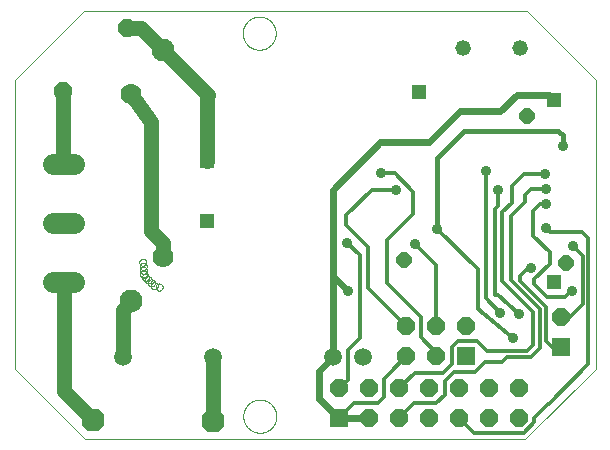
<source format=gbl>
G75*
%MOIN*%
%OFA0B0*%
%FSLAX25Y25*%
%IPPOS*%
%LPD*%
%AMOC8*
5,1,8,0,0,1.08239X$1,22.5*
%
%ADD10C,0.00000*%
%ADD11C,0.07600*%
%ADD12C,0.07000*%
%ADD13C,0.05200*%
%ADD14C,0.01187*%
%ADD15C,0.07050*%
%ADD16R,0.06000X0.06000*%
%ADD17OC8,0.06000*%
%ADD18OC8,0.07600*%
%ADD19OC8,0.05150*%
%ADD20R,0.05150X0.05150*%
%ADD21C,0.05937*%
%ADD22C,0.05000*%
%ADD23C,0.03562*%
%ADD24C,0.01200*%
%ADD25C,0.02400*%
%ADD26C,0.01600*%
D10*
X0001855Y0024792D02*
X0025398Y0001249D01*
X0172170Y0001249D01*
X0195713Y0024792D01*
X0195713Y0120934D01*
X0172564Y0144083D01*
X0025005Y0144083D01*
X0001855Y0120934D01*
X0001855Y0024792D01*
X0043627Y0056328D02*
X0043629Y0056397D01*
X0043635Y0056465D01*
X0043645Y0056533D01*
X0043659Y0056600D01*
X0043677Y0056667D01*
X0043698Y0056732D01*
X0043724Y0056796D01*
X0043753Y0056858D01*
X0043785Y0056918D01*
X0043821Y0056977D01*
X0043861Y0057033D01*
X0043903Y0057087D01*
X0043949Y0057138D01*
X0043998Y0057187D01*
X0044049Y0057233D01*
X0044103Y0057275D01*
X0044159Y0057315D01*
X0044217Y0057351D01*
X0044278Y0057383D01*
X0044340Y0057412D01*
X0044404Y0057438D01*
X0044469Y0057459D01*
X0044536Y0057477D01*
X0044603Y0057491D01*
X0044671Y0057501D01*
X0044739Y0057507D01*
X0044808Y0057509D01*
X0044877Y0057507D01*
X0044945Y0057501D01*
X0045013Y0057491D01*
X0045080Y0057477D01*
X0045147Y0057459D01*
X0045212Y0057438D01*
X0045276Y0057412D01*
X0045338Y0057383D01*
X0045398Y0057351D01*
X0045457Y0057315D01*
X0045513Y0057275D01*
X0045567Y0057233D01*
X0045618Y0057187D01*
X0045667Y0057138D01*
X0045713Y0057087D01*
X0045755Y0057033D01*
X0045795Y0056977D01*
X0045831Y0056918D01*
X0045863Y0056858D01*
X0045892Y0056796D01*
X0045918Y0056732D01*
X0045939Y0056667D01*
X0045957Y0056600D01*
X0045971Y0056533D01*
X0045981Y0056465D01*
X0045987Y0056397D01*
X0045989Y0056328D01*
X0045987Y0056259D01*
X0045981Y0056191D01*
X0045971Y0056123D01*
X0045957Y0056056D01*
X0045939Y0055989D01*
X0045918Y0055924D01*
X0045892Y0055860D01*
X0045863Y0055798D01*
X0045831Y0055737D01*
X0045795Y0055679D01*
X0045755Y0055623D01*
X0045713Y0055569D01*
X0045667Y0055518D01*
X0045618Y0055469D01*
X0045567Y0055423D01*
X0045513Y0055381D01*
X0045457Y0055341D01*
X0045399Y0055305D01*
X0045338Y0055273D01*
X0045276Y0055244D01*
X0045212Y0055218D01*
X0045147Y0055197D01*
X0045080Y0055179D01*
X0045013Y0055165D01*
X0044945Y0055155D01*
X0044877Y0055149D01*
X0044808Y0055147D01*
X0044739Y0055149D01*
X0044671Y0055155D01*
X0044603Y0055165D01*
X0044536Y0055179D01*
X0044469Y0055197D01*
X0044404Y0055218D01*
X0044340Y0055244D01*
X0044278Y0055273D01*
X0044217Y0055305D01*
X0044159Y0055341D01*
X0044103Y0055381D01*
X0044049Y0055423D01*
X0043998Y0055469D01*
X0043949Y0055518D01*
X0043903Y0055569D01*
X0043861Y0055623D01*
X0043821Y0055679D01*
X0043785Y0055737D01*
X0043753Y0055798D01*
X0043724Y0055860D01*
X0043698Y0055924D01*
X0043677Y0055989D01*
X0043659Y0056056D01*
X0043645Y0056123D01*
X0043635Y0056191D01*
X0043629Y0056259D01*
X0043627Y0056328D01*
X0043528Y0057607D02*
X0043530Y0057676D01*
X0043536Y0057744D01*
X0043546Y0057812D01*
X0043560Y0057879D01*
X0043578Y0057946D01*
X0043599Y0058011D01*
X0043625Y0058075D01*
X0043654Y0058137D01*
X0043686Y0058197D01*
X0043722Y0058256D01*
X0043762Y0058312D01*
X0043804Y0058366D01*
X0043850Y0058417D01*
X0043899Y0058466D01*
X0043950Y0058512D01*
X0044004Y0058554D01*
X0044060Y0058594D01*
X0044118Y0058630D01*
X0044179Y0058662D01*
X0044241Y0058691D01*
X0044305Y0058717D01*
X0044370Y0058738D01*
X0044437Y0058756D01*
X0044504Y0058770D01*
X0044572Y0058780D01*
X0044640Y0058786D01*
X0044709Y0058788D01*
X0044778Y0058786D01*
X0044846Y0058780D01*
X0044914Y0058770D01*
X0044981Y0058756D01*
X0045048Y0058738D01*
X0045113Y0058717D01*
X0045177Y0058691D01*
X0045239Y0058662D01*
X0045299Y0058630D01*
X0045358Y0058594D01*
X0045414Y0058554D01*
X0045468Y0058512D01*
X0045519Y0058466D01*
X0045568Y0058417D01*
X0045614Y0058366D01*
X0045656Y0058312D01*
X0045696Y0058256D01*
X0045732Y0058197D01*
X0045764Y0058137D01*
X0045793Y0058075D01*
X0045819Y0058011D01*
X0045840Y0057946D01*
X0045858Y0057879D01*
X0045872Y0057812D01*
X0045882Y0057744D01*
X0045888Y0057676D01*
X0045890Y0057607D01*
X0045888Y0057538D01*
X0045882Y0057470D01*
X0045872Y0057402D01*
X0045858Y0057335D01*
X0045840Y0057268D01*
X0045819Y0057203D01*
X0045793Y0057139D01*
X0045764Y0057077D01*
X0045732Y0057016D01*
X0045696Y0056958D01*
X0045656Y0056902D01*
X0045614Y0056848D01*
X0045568Y0056797D01*
X0045519Y0056748D01*
X0045468Y0056702D01*
X0045414Y0056660D01*
X0045358Y0056620D01*
X0045300Y0056584D01*
X0045239Y0056552D01*
X0045177Y0056523D01*
X0045113Y0056497D01*
X0045048Y0056476D01*
X0044981Y0056458D01*
X0044914Y0056444D01*
X0044846Y0056434D01*
X0044778Y0056428D01*
X0044709Y0056426D01*
X0044640Y0056428D01*
X0044572Y0056434D01*
X0044504Y0056444D01*
X0044437Y0056458D01*
X0044370Y0056476D01*
X0044305Y0056497D01*
X0044241Y0056523D01*
X0044179Y0056552D01*
X0044118Y0056584D01*
X0044060Y0056620D01*
X0044004Y0056660D01*
X0043950Y0056702D01*
X0043899Y0056748D01*
X0043850Y0056797D01*
X0043804Y0056848D01*
X0043762Y0056902D01*
X0043722Y0056958D01*
X0043686Y0057016D01*
X0043654Y0057077D01*
X0043625Y0057139D01*
X0043599Y0057203D01*
X0043578Y0057268D01*
X0043560Y0057335D01*
X0043546Y0057402D01*
X0043536Y0057470D01*
X0043530Y0057538D01*
X0043528Y0057607D01*
X0043528Y0058887D02*
X0043530Y0058956D01*
X0043536Y0059024D01*
X0043546Y0059092D01*
X0043560Y0059159D01*
X0043578Y0059226D01*
X0043599Y0059291D01*
X0043625Y0059355D01*
X0043654Y0059417D01*
X0043686Y0059477D01*
X0043722Y0059536D01*
X0043762Y0059592D01*
X0043804Y0059646D01*
X0043850Y0059697D01*
X0043899Y0059746D01*
X0043950Y0059792D01*
X0044004Y0059834D01*
X0044060Y0059874D01*
X0044118Y0059910D01*
X0044179Y0059942D01*
X0044241Y0059971D01*
X0044305Y0059997D01*
X0044370Y0060018D01*
X0044437Y0060036D01*
X0044504Y0060050D01*
X0044572Y0060060D01*
X0044640Y0060066D01*
X0044709Y0060068D01*
X0044778Y0060066D01*
X0044846Y0060060D01*
X0044914Y0060050D01*
X0044981Y0060036D01*
X0045048Y0060018D01*
X0045113Y0059997D01*
X0045177Y0059971D01*
X0045239Y0059942D01*
X0045299Y0059910D01*
X0045358Y0059874D01*
X0045414Y0059834D01*
X0045468Y0059792D01*
X0045519Y0059746D01*
X0045568Y0059697D01*
X0045614Y0059646D01*
X0045656Y0059592D01*
X0045696Y0059536D01*
X0045732Y0059477D01*
X0045764Y0059417D01*
X0045793Y0059355D01*
X0045819Y0059291D01*
X0045840Y0059226D01*
X0045858Y0059159D01*
X0045872Y0059092D01*
X0045882Y0059024D01*
X0045888Y0058956D01*
X0045890Y0058887D01*
X0045888Y0058818D01*
X0045882Y0058750D01*
X0045872Y0058682D01*
X0045858Y0058615D01*
X0045840Y0058548D01*
X0045819Y0058483D01*
X0045793Y0058419D01*
X0045764Y0058357D01*
X0045732Y0058296D01*
X0045696Y0058238D01*
X0045656Y0058182D01*
X0045614Y0058128D01*
X0045568Y0058077D01*
X0045519Y0058028D01*
X0045468Y0057982D01*
X0045414Y0057940D01*
X0045358Y0057900D01*
X0045300Y0057864D01*
X0045239Y0057832D01*
X0045177Y0057803D01*
X0045113Y0057777D01*
X0045048Y0057756D01*
X0044981Y0057738D01*
X0044914Y0057724D01*
X0044846Y0057714D01*
X0044778Y0057708D01*
X0044709Y0057706D01*
X0044640Y0057708D01*
X0044572Y0057714D01*
X0044504Y0057724D01*
X0044437Y0057738D01*
X0044370Y0057756D01*
X0044305Y0057777D01*
X0044241Y0057803D01*
X0044179Y0057832D01*
X0044118Y0057864D01*
X0044060Y0057900D01*
X0044004Y0057940D01*
X0043950Y0057982D01*
X0043899Y0058028D01*
X0043850Y0058077D01*
X0043804Y0058128D01*
X0043762Y0058182D01*
X0043722Y0058238D01*
X0043686Y0058296D01*
X0043654Y0058357D01*
X0043625Y0058419D01*
X0043599Y0058483D01*
X0043578Y0058548D01*
X0043560Y0058615D01*
X0043546Y0058682D01*
X0043536Y0058750D01*
X0043530Y0058818D01*
X0043528Y0058887D01*
X0043430Y0060265D02*
X0043432Y0060334D01*
X0043438Y0060402D01*
X0043448Y0060470D01*
X0043462Y0060537D01*
X0043480Y0060604D01*
X0043501Y0060669D01*
X0043527Y0060733D01*
X0043556Y0060795D01*
X0043588Y0060855D01*
X0043624Y0060914D01*
X0043664Y0060970D01*
X0043706Y0061024D01*
X0043752Y0061075D01*
X0043801Y0061124D01*
X0043852Y0061170D01*
X0043906Y0061212D01*
X0043962Y0061252D01*
X0044020Y0061288D01*
X0044081Y0061320D01*
X0044143Y0061349D01*
X0044207Y0061375D01*
X0044272Y0061396D01*
X0044339Y0061414D01*
X0044406Y0061428D01*
X0044474Y0061438D01*
X0044542Y0061444D01*
X0044611Y0061446D01*
X0044680Y0061444D01*
X0044748Y0061438D01*
X0044816Y0061428D01*
X0044883Y0061414D01*
X0044950Y0061396D01*
X0045015Y0061375D01*
X0045079Y0061349D01*
X0045141Y0061320D01*
X0045201Y0061288D01*
X0045260Y0061252D01*
X0045316Y0061212D01*
X0045370Y0061170D01*
X0045421Y0061124D01*
X0045470Y0061075D01*
X0045516Y0061024D01*
X0045558Y0060970D01*
X0045598Y0060914D01*
X0045634Y0060855D01*
X0045666Y0060795D01*
X0045695Y0060733D01*
X0045721Y0060669D01*
X0045742Y0060604D01*
X0045760Y0060537D01*
X0045774Y0060470D01*
X0045784Y0060402D01*
X0045790Y0060334D01*
X0045792Y0060265D01*
X0045790Y0060196D01*
X0045784Y0060128D01*
X0045774Y0060060D01*
X0045760Y0059993D01*
X0045742Y0059926D01*
X0045721Y0059861D01*
X0045695Y0059797D01*
X0045666Y0059735D01*
X0045634Y0059674D01*
X0045598Y0059616D01*
X0045558Y0059560D01*
X0045516Y0059506D01*
X0045470Y0059455D01*
X0045421Y0059406D01*
X0045370Y0059360D01*
X0045316Y0059318D01*
X0045260Y0059278D01*
X0045202Y0059242D01*
X0045141Y0059210D01*
X0045079Y0059181D01*
X0045015Y0059155D01*
X0044950Y0059134D01*
X0044883Y0059116D01*
X0044816Y0059102D01*
X0044748Y0059092D01*
X0044680Y0059086D01*
X0044611Y0059084D01*
X0044542Y0059086D01*
X0044474Y0059092D01*
X0044406Y0059102D01*
X0044339Y0059116D01*
X0044272Y0059134D01*
X0044207Y0059155D01*
X0044143Y0059181D01*
X0044081Y0059210D01*
X0044020Y0059242D01*
X0043962Y0059278D01*
X0043906Y0059318D01*
X0043852Y0059360D01*
X0043801Y0059406D01*
X0043752Y0059455D01*
X0043706Y0059506D01*
X0043664Y0059560D01*
X0043624Y0059616D01*
X0043588Y0059674D01*
X0043556Y0059735D01*
X0043527Y0059797D01*
X0043501Y0059861D01*
X0043480Y0059926D01*
X0043462Y0059993D01*
X0043448Y0060060D01*
X0043438Y0060128D01*
X0043432Y0060196D01*
X0043430Y0060265D01*
X0044316Y0055245D02*
X0044318Y0055314D01*
X0044324Y0055382D01*
X0044334Y0055450D01*
X0044348Y0055517D01*
X0044366Y0055584D01*
X0044387Y0055649D01*
X0044413Y0055713D01*
X0044442Y0055775D01*
X0044474Y0055835D01*
X0044510Y0055894D01*
X0044550Y0055950D01*
X0044592Y0056004D01*
X0044638Y0056055D01*
X0044687Y0056104D01*
X0044738Y0056150D01*
X0044792Y0056192D01*
X0044848Y0056232D01*
X0044906Y0056268D01*
X0044967Y0056300D01*
X0045029Y0056329D01*
X0045093Y0056355D01*
X0045158Y0056376D01*
X0045225Y0056394D01*
X0045292Y0056408D01*
X0045360Y0056418D01*
X0045428Y0056424D01*
X0045497Y0056426D01*
X0045566Y0056424D01*
X0045634Y0056418D01*
X0045702Y0056408D01*
X0045769Y0056394D01*
X0045836Y0056376D01*
X0045901Y0056355D01*
X0045965Y0056329D01*
X0046027Y0056300D01*
X0046087Y0056268D01*
X0046146Y0056232D01*
X0046202Y0056192D01*
X0046256Y0056150D01*
X0046307Y0056104D01*
X0046356Y0056055D01*
X0046402Y0056004D01*
X0046444Y0055950D01*
X0046484Y0055894D01*
X0046520Y0055835D01*
X0046552Y0055775D01*
X0046581Y0055713D01*
X0046607Y0055649D01*
X0046628Y0055584D01*
X0046646Y0055517D01*
X0046660Y0055450D01*
X0046670Y0055382D01*
X0046676Y0055314D01*
X0046678Y0055245D01*
X0046676Y0055176D01*
X0046670Y0055108D01*
X0046660Y0055040D01*
X0046646Y0054973D01*
X0046628Y0054906D01*
X0046607Y0054841D01*
X0046581Y0054777D01*
X0046552Y0054715D01*
X0046520Y0054654D01*
X0046484Y0054596D01*
X0046444Y0054540D01*
X0046402Y0054486D01*
X0046356Y0054435D01*
X0046307Y0054386D01*
X0046256Y0054340D01*
X0046202Y0054298D01*
X0046146Y0054258D01*
X0046088Y0054222D01*
X0046027Y0054190D01*
X0045965Y0054161D01*
X0045901Y0054135D01*
X0045836Y0054114D01*
X0045769Y0054096D01*
X0045702Y0054082D01*
X0045634Y0054072D01*
X0045566Y0054066D01*
X0045497Y0054064D01*
X0045428Y0054066D01*
X0045360Y0054072D01*
X0045292Y0054082D01*
X0045225Y0054096D01*
X0045158Y0054114D01*
X0045093Y0054135D01*
X0045029Y0054161D01*
X0044967Y0054190D01*
X0044906Y0054222D01*
X0044848Y0054258D01*
X0044792Y0054298D01*
X0044738Y0054340D01*
X0044687Y0054386D01*
X0044638Y0054435D01*
X0044592Y0054486D01*
X0044550Y0054540D01*
X0044510Y0054596D01*
X0044474Y0054654D01*
X0044442Y0054715D01*
X0044413Y0054777D01*
X0044387Y0054841D01*
X0044366Y0054906D01*
X0044348Y0054973D01*
X0044334Y0055040D01*
X0044324Y0055108D01*
X0044318Y0055176D01*
X0044316Y0055245D01*
X0045202Y0054359D02*
X0045204Y0054428D01*
X0045210Y0054496D01*
X0045220Y0054564D01*
X0045234Y0054631D01*
X0045252Y0054698D01*
X0045273Y0054763D01*
X0045299Y0054827D01*
X0045328Y0054889D01*
X0045360Y0054949D01*
X0045396Y0055008D01*
X0045436Y0055064D01*
X0045478Y0055118D01*
X0045524Y0055169D01*
X0045573Y0055218D01*
X0045624Y0055264D01*
X0045678Y0055306D01*
X0045734Y0055346D01*
X0045792Y0055382D01*
X0045853Y0055414D01*
X0045915Y0055443D01*
X0045979Y0055469D01*
X0046044Y0055490D01*
X0046111Y0055508D01*
X0046178Y0055522D01*
X0046246Y0055532D01*
X0046314Y0055538D01*
X0046383Y0055540D01*
X0046452Y0055538D01*
X0046520Y0055532D01*
X0046588Y0055522D01*
X0046655Y0055508D01*
X0046722Y0055490D01*
X0046787Y0055469D01*
X0046851Y0055443D01*
X0046913Y0055414D01*
X0046973Y0055382D01*
X0047032Y0055346D01*
X0047088Y0055306D01*
X0047142Y0055264D01*
X0047193Y0055218D01*
X0047242Y0055169D01*
X0047288Y0055118D01*
X0047330Y0055064D01*
X0047370Y0055008D01*
X0047406Y0054949D01*
X0047438Y0054889D01*
X0047467Y0054827D01*
X0047493Y0054763D01*
X0047514Y0054698D01*
X0047532Y0054631D01*
X0047546Y0054564D01*
X0047556Y0054496D01*
X0047562Y0054428D01*
X0047564Y0054359D01*
X0047562Y0054290D01*
X0047556Y0054222D01*
X0047546Y0054154D01*
X0047532Y0054087D01*
X0047514Y0054020D01*
X0047493Y0053955D01*
X0047467Y0053891D01*
X0047438Y0053829D01*
X0047406Y0053768D01*
X0047370Y0053710D01*
X0047330Y0053654D01*
X0047288Y0053600D01*
X0047242Y0053549D01*
X0047193Y0053500D01*
X0047142Y0053454D01*
X0047088Y0053412D01*
X0047032Y0053372D01*
X0046974Y0053336D01*
X0046913Y0053304D01*
X0046851Y0053275D01*
X0046787Y0053249D01*
X0046722Y0053228D01*
X0046655Y0053210D01*
X0046588Y0053196D01*
X0046520Y0053186D01*
X0046452Y0053180D01*
X0046383Y0053178D01*
X0046314Y0053180D01*
X0046246Y0053186D01*
X0046178Y0053196D01*
X0046111Y0053210D01*
X0046044Y0053228D01*
X0045979Y0053249D01*
X0045915Y0053275D01*
X0045853Y0053304D01*
X0045792Y0053336D01*
X0045734Y0053372D01*
X0045678Y0053412D01*
X0045624Y0053454D01*
X0045573Y0053500D01*
X0045524Y0053549D01*
X0045478Y0053600D01*
X0045436Y0053654D01*
X0045396Y0053710D01*
X0045360Y0053768D01*
X0045328Y0053829D01*
X0045299Y0053891D01*
X0045273Y0053955D01*
X0045252Y0054020D01*
X0045234Y0054087D01*
X0045220Y0054154D01*
X0045210Y0054222D01*
X0045204Y0054290D01*
X0045202Y0054359D01*
X0046284Y0053375D02*
X0046286Y0053444D01*
X0046292Y0053512D01*
X0046302Y0053580D01*
X0046316Y0053647D01*
X0046334Y0053714D01*
X0046355Y0053779D01*
X0046381Y0053843D01*
X0046410Y0053905D01*
X0046442Y0053965D01*
X0046478Y0054024D01*
X0046518Y0054080D01*
X0046560Y0054134D01*
X0046606Y0054185D01*
X0046655Y0054234D01*
X0046706Y0054280D01*
X0046760Y0054322D01*
X0046816Y0054362D01*
X0046874Y0054398D01*
X0046935Y0054430D01*
X0046997Y0054459D01*
X0047061Y0054485D01*
X0047126Y0054506D01*
X0047193Y0054524D01*
X0047260Y0054538D01*
X0047328Y0054548D01*
X0047396Y0054554D01*
X0047465Y0054556D01*
X0047534Y0054554D01*
X0047602Y0054548D01*
X0047670Y0054538D01*
X0047737Y0054524D01*
X0047804Y0054506D01*
X0047869Y0054485D01*
X0047933Y0054459D01*
X0047995Y0054430D01*
X0048055Y0054398D01*
X0048114Y0054362D01*
X0048170Y0054322D01*
X0048224Y0054280D01*
X0048275Y0054234D01*
X0048324Y0054185D01*
X0048370Y0054134D01*
X0048412Y0054080D01*
X0048452Y0054024D01*
X0048488Y0053965D01*
X0048520Y0053905D01*
X0048549Y0053843D01*
X0048575Y0053779D01*
X0048596Y0053714D01*
X0048614Y0053647D01*
X0048628Y0053580D01*
X0048638Y0053512D01*
X0048644Y0053444D01*
X0048646Y0053375D01*
X0048644Y0053306D01*
X0048638Y0053238D01*
X0048628Y0053170D01*
X0048614Y0053103D01*
X0048596Y0053036D01*
X0048575Y0052971D01*
X0048549Y0052907D01*
X0048520Y0052845D01*
X0048488Y0052784D01*
X0048452Y0052726D01*
X0048412Y0052670D01*
X0048370Y0052616D01*
X0048324Y0052565D01*
X0048275Y0052516D01*
X0048224Y0052470D01*
X0048170Y0052428D01*
X0048114Y0052388D01*
X0048056Y0052352D01*
X0047995Y0052320D01*
X0047933Y0052291D01*
X0047869Y0052265D01*
X0047804Y0052244D01*
X0047737Y0052226D01*
X0047670Y0052212D01*
X0047602Y0052202D01*
X0047534Y0052196D01*
X0047465Y0052194D01*
X0047396Y0052196D01*
X0047328Y0052202D01*
X0047260Y0052212D01*
X0047193Y0052226D01*
X0047126Y0052244D01*
X0047061Y0052265D01*
X0046997Y0052291D01*
X0046935Y0052320D01*
X0046874Y0052352D01*
X0046816Y0052388D01*
X0046760Y0052428D01*
X0046706Y0052470D01*
X0046655Y0052516D01*
X0046606Y0052565D01*
X0046560Y0052616D01*
X0046518Y0052670D01*
X0046478Y0052726D01*
X0046442Y0052784D01*
X0046410Y0052845D01*
X0046381Y0052907D01*
X0046355Y0052971D01*
X0046334Y0053036D01*
X0046316Y0053103D01*
X0046302Y0053170D01*
X0046292Y0053238D01*
X0046286Y0053306D01*
X0046284Y0053375D01*
X0047269Y0052391D02*
X0047271Y0052460D01*
X0047277Y0052528D01*
X0047287Y0052596D01*
X0047301Y0052663D01*
X0047319Y0052730D01*
X0047340Y0052795D01*
X0047366Y0052859D01*
X0047395Y0052921D01*
X0047427Y0052981D01*
X0047463Y0053040D01*
X0047503Y0053096D01*
X0047545Y0053150D01*
X0047591Y0053201D01*
X0047640Y0053250D01*
X0047691Y0053296D01*
X0047745Y0053338D01*
X0047801Y0053378D01*
X0047859Y0053414D01*
X0047920Y0053446D01*
X0047982Y0053475D01*
X0048046Y0053501D01*
X0048111Y0053522D01*
X0048178Y0053540D01*
X0048245Y0053554D01*
X0048313Y0053564D01*
X0048381Y0053570D01*
X0048450Y0053572D01*
X0048519Y0053570D01*
X0048587Y0053564D01*
X0048655Y0053554D01*
X0048722Y0053540D01*
X0048789Y0053522D01*
X0048854Y0053501D01*
X0048918Y0053475D01*
X0048980Y0053446D01*
X0049040Y0053414D01*
X0049099Y0053378D01*
X0049155Y0053338D01*
X0049209Y0053296D01*
X0049260Y0053250D01*
X0049309Y0053201D01*
X0049355Y0053150D01*
X0049397Y0053096D01*
X0049437Y0053040D01*
X0049473Y0052981D01*
X0049505Y0052921D01*
X0049534Y0052859D01*
X0049560Y0052795D01*
X0049581Y0052730D01*
X0049599Y0052663D01*
X0049613Y0052596D01*
X0049623Y0052528D01*
X0049629Y0052460D01*
X0049631Y0052391D01*
X0049629Y0052322D01*
X0049623Y0052254D01*
X0049613Y0052186D01*
X0049599Y0052119D01*
X0049581Y0052052D01*
X0049560Y0051987D01*
X0049534Y0051923D01*
X0049505Y0051861D01*
X0049473Y0051800D01*
X0049437Y0051742D01*
X0049397Y0051686D01*
X0049355Y0051632D01*
X0049309Y0051581D01*
X0049260Y0051532D01*
X0049209Y0051486D01*
X0049155Y0051444D01*
X0049099Y0051404D01*
X0049041Y0051368D01*
X0048980Y0051336D01*
X0048918Y0051307D01*
X0048854Y0051281D01*
X0048789Y0051260D01*
X0048722Y0051242D01*
X0048655Y0051228D01*
X0048587Y0051218D01*
X0048519Y0051212D01*
X0048450Y0051210D01*
X0048381Y0051212D01*
X0048313Y0051218D01*
X0048245Y0051228D01*
X0048178Y0051242D01*
X0048111Y0051260D01*
X0048046Y0051281D01*
X0047982Y0051307D01*
X0047920Y0051336D01*
X0047859Y0051368D01*
X0047801Y0051404D01*
X0047745Y0051444D01*
X0047691Y0051486D01*
X0047640Y0051532D01*
X0047591Y0051581D01*
X0047545Y0051632D01*
X0047503Y0051686D01*
X0047463Y0051742D01*
X0047427Y0051800D01*
X0047395Y0051861D01*
X0047366Y0051923D01*
X0047340Y0051987D01*
X0047319Y0052052D01*
X0047301Y0052119D01*
X0047287Y0052186D01*
X0047277Y0052254D01*
X0047271Y0052322D01*
X0047269Y0052391D01*
X0048843Y0051997D02*
X0048845Y0052066D01*
X0048851Y0052134D01*
X0048861Y0052202D01*
X0048875Y0052269D01*
X0048893Y0052336D01*
X0048914Y0052401D01*
X0048940Y0052465D01*
X0048969Y0052527D01*
X0049001Y0052587D01*
X0049037Y0052646D01*
X0049077Y0052702D01*
X0049119Y0052756D01*
X0049165Y0052807D01*
X0049214Y0052856D01*
X0049265Y0052902D01*
X0049319Y0052944D01*
X0049375Y0052984D01*
X0049433Y0053020D01*
X0049494Y0053052D01*
X0049556Y0053081D01*
X0049620Y0053107D01*
X0049685Y0053128D01*
X0049752Y0053146D01*
X0049819Y0053160D01*
X0049887Y0053170D01*
X0049955Y0053176D01*
X0050024Y0053178D01*
X0050093Y0053176D01*
X0050161Y0053170D01*
X0050229Y0053160D01*
X0050296Y0053146D01*
X0050363Y0053128D01*
X0050428Y0053107D01*
X0050492Y0053081D01*
X0050554Y0053052D01*
X0050614Y0053020D01*
X0050673Y0052984D01*
X0050729Y0052944D01*
X0050783Y0052902D01*
X0050834Y0052856D01*
X0050883Y0052807D01*
X0050929Y0052756D01*
X0050971Y0052702D01*
X0051011Y0052646D01*
X0051047Y0052587D01*
X0051079Y0052527D01*
X0051108Y0052465D01*
X0051134Y0052401D01*
X0051155Y0052336D01*
X0051173Y0052269D01*
X0051187Y0052202D01*
X0051197Y0052134D01*
X0051203Y0052066D01*
X0051205Y0051997D01*
X0051203Y0051928D01*
X0051197Y0051860D01*
X0051187Y0051792D01*
X0051173Y0051725D01*
X0051155Y0051658D01*
X0051134Y0051593D01*
X0051108Y0051529D01*
X0051079Y0051467D01*
X0051047Y0051406D01*
X0051011Y0051348D01*
X0050971Y0051292D01*
X0050929Y0051238D01*
X0050883Y0051187D01*
X0050834Y0051138D01*
X0050783Y0051092D01*
X0050729Y0051050D01*
X0050673Y0051010D01*
X0050615Y0050974D01*
X0050554Y0050942D01*
X0050492Y0050913D01*
X0050428Y0050887D01*
X0050363Y0050866D01*
X0050296Y0050848D01*
X0050229Y0050834D01*
X0050161Y0050824D01*
X0050093Y0050818D01*
X0050024Y0050816D01*
X0049955Y0050818D01*
X0049887Y0050824D01*
X0049819Y0050834D01*
X0049752Y0050848D01*
X0049685Y0050866D01*
X0049620Y0050887D01*
X0049556Y0050913D01*
X0049494Y0050942D01*
X0049433Y0050974D01*
X0049375Y0051010D01*
X0049319Y0051050D01*
X0049265Y0051092D01*
X0049214Y0051138D01*
X0049165Y0051187D01*
X0049119Y0051238D01*
X0049077Y0051292D01*
X0049037Y0051348D01*
X0049001Y0051406D01*
X0048969Y0051467D01*
X0048940Y0051529D01*
X0048914Y0051593D01*
X0048893Y0051658D01*
X0048875Y0051725D01*
X0048861Y0051792D01*
X0048851Y0051860D01*
X0048845Y0051928D01*
X0048843Y0051997D01*
X0078100Y0008929D02*
X0078102Y0009077D01*
X0078108Y0009225D01*
X0078118Y0009373D01*
X0078132Y0009520D01*
X0078150Y0009667D01*
X0078171Y0009813D01*
X0078197Y0009959D01*
X0078227Y0010104D01*
X0078260Y0010248D01*
X0078298Y0010391D01*
X0078339Y0010533D01*
X0078384Y0010674D01*
X0078432Y0010814D01*
X0078485Y0010953D01*
X0078541Y0011090D01*
X0078601Y0011225D01*
X0078664Y0011359D01*
X0078731Y0011491D01*
X0078802Y0011621D01*
X0078876Y0011749D01*
X0078953Y0011875D01*
X0079034Y0011999D01*
X0079118Y0012121D01*
X0079205Y0012240D01*
X0079296Y0012357D01*
X0079390Y0012472D01*
X0079486Y0012584D01*
X0079586Y0012694D01*
X0079688Y0012800D01*
X0079794Y0012904D01*
X0079902Y0013005D01*
X0080013Y0013103D01*
X0080126Y0013199D01*
X0080242Y0013291D01*
X0080360Y0013380D01*
X0080481Y0013465D01*
X0080604Y0013548D01*
X0080729Y0013627D01*
X0080856Y0013703D01*
X0080985Y0013775D01*
X0081116Y0013844D01*
X0081249Y0013909D01*
X0081384Y0013970D01*
X0081520Y0014028D01*
X0081657Y0014083D01*
X0081796Y0014133D01*
X0081937Y0014180D01*
X0082078Y0014223D01*
X0082221Y0014263D01*
X0082365Y0014298D01*
X0082509Y0014330D01*
X0082655Y0014357D01*
X0082801Y0014381D01*
X0082948Y0014401D01*
X0083095Y0014417D01*
X0083242Y0014429D01*
X0083390Y0014437D01*
X0083538Y0014441D01*
X0083686Y0014441D01*
X0083834Y0014437D01*
X0083982Y0014429D01*
X0084129Y0014417D01*
X0084276Y0014401D01*
X0084423Y0014381D01*
X0084569Y0014357D01*
X0084715Y0014330D01*
X0084859Y0014298D01*
X0085003Y0014263D01*
X0085146Y0014223D01*
X0085287Y0014180D01*
X0085428Y0014133D01*
X0085567Y0014083D01*
X0085704Y0014028D01*
X0085840Y0013970D01*
X0085975Y0013909D01*
X0086108Y0013844D01*
X0086239Y0013775D01*
X0086368Y0013703D01*
X0086495Y0013627D01*
X0086620Y0013548D01*
X0086743Y0013465D01*
X0086864Y0013380D01*
X0086982Y0013291D01*
X0087098Y0013199D01*
X0087211Y0013103D01*
X0087322Y0013005D01*
X0087430Y0012904D01*
X0087536Y0012800D01*
X0087638Y0012694D01*
X0087738Y0012584D01*
X0087834Y0012472D01*
X0087928Y0012357D01*
X0088019Y0012240D01*
X0088106Y0012121D01*
X0088190Y0011999D01*
X0088271Y0011875D01*
X0088348Y0011749D01*
X0088422Y0011621D01*
X0088493Y0011491D01*
X0088560Y0011359D01*
X0088623Y0011225D01*
X0088683Y0011090D01*
X0088739Y0010953D01*
X0088792Y0010814D01*
X0088840Y0010674D01*
X0088885Y0010533D01*
X0088926Y0010391D01*
X0088964Y0010248D01*
X0088997Y0010104D01*
X0089027Y0009959D01*
X0089053Y0009813D01*
X0089074Y0009667D01*
X0089092Y0009520D01*
X0089106Y0009373D01*
X0089116Y0009225D01*
X0089122Y0009077D01*
X0089124Y0008929D01*
X0089122Y0008781D01*
X0089116Y0008633D01*
X0089106Y0008485D01*
X0089092Y0008338D01*
X0089074Y0008191D01*
X0089053Y0008045D01*
X0089027Y0007899D01*
X0088997Y0007754D01*
X0088964Y0007610D01*
X0088926Y0007467D01*
X0088885Y0007325D01*
X0088840Y0007184D01*
X0088792Y0007044D01*
X0088739Y0006905D01*
X0088683Y0006768D01*
X0088623Y0006633D01*
X0088560Y0006499D01*
X0088493Y0006367D01*
X0088422Y0006237D01*
X0088348Y0006109D01*
X0088271Y0005983D01*
X0088190Y0005859D01*
X0088106Y0005737D01*
X0088019Y0005618D01*
X0087928Y0005501D01*
X0087834Y0005386D01*
X0087738Y0005274D01*
X0087638Y0005164D01*
X0087536Y0005058D01*
X0087430Y0004954D01*
X0087322Y0004853D01*
X0087211Y0004755D01*
X0087098Y0004659D01*
X0086982Y0004567D01*
X0086864Y0004478D01*
X0086743Y0004393D01*
X0086620Y0004310D01*
X0086495Y0004231D01*
X0086368Y0004155D01*
X0086239Y0004083D01*
X0086108Y0004014D01*
X0085975Y0003949D01*
X0085840Y0003888D01*
X0085704Y0003830D01*
X0085567Y0003775D01*
X0085428Y0003725D01*
X0085287Y0003678D01*
X0085146Y0003635D01*
X0085003Y0003595D01*
X0084859Y0003560D01*
X0084715Y0003528D01*
X0084569Y0003501D01*
X0084423Y0003477D01*
X0084276Y0003457D01*
X0084129Y0003441D01*
X0083982Y0003429D01*
X0083834Y0003421D01*
X0083686Y0003417D01*
X0083538Y0003417D01*
X0083390Y0003421D01*
X0083242Y0003429D01*
X0083095Y0003441D01*
X0082948Y0003457D01*
X0082801Y0003477D01*
X0082655Y0003501D01*
X0082509Y0003528D01*
X0082365Y0003560D01*
X0082221Y0003595D01*
X0082078Y0003635D01*
X0081937Y0003678D01*
X0081796Y0003725D01*
X0081657Y0003775D01*
X0081520Y0003830D01*
X0081384Y0003888D01*
X0081249Y0003949D01*
X0081116Y0004014D01*
X0080985Y0004083D01*
X0080856Y0004155D01*
X0080729Y0004231D01*
X0080604Y0004310D01*
X0080481Y0004393D01*
X0080360Y0004478D01*
X0080242Y0004567D01*
X0080126Y0004659D01*
X0080013Y0004755D01*
X0079902Y0004853D01*
X0079794Y0004954D01*
X0079688Y0005058D01*
X0079586Y0005164D01*
X0079486Y0005274D01*
X0079390Y0005386D01*
X0079296Y0005501D01*
X0079205Y0005618D01*
X0079118Y0005737D01*
X0079034Y0005859D01*
X0078953Y0005983D01*
X0078876Y0006109D01*
X0078802Y0006237D01*
X0078731Y0006367D01*
X0078664Y0006499D01*
X0078601Y0006633D01*
X0078541Y0006768D01*
X0078485Y0006905D01*
X0078432Y0007044D01*
X0078384Y0007184D01*
X0078339Y0007325D01*
X0078298Y0007467D01*
X0078260Y0007610D01*
X0078227Y0007754D01*
X0078197Y0007899D01*
X0078171Y0008045D01*
X0078150Y0008191D01*
X0078132Y0008338D01*
X0078118Y0008485D01*
X0078108Y0008633D01*
X0078102Y0008781D01*
X0078100Y0008929D01*
X0077903Y0136606D02*
X0077905Y0136754D01*
X0077911Y0136902D01*
X0077921Y0137050D01*
X0077935Y0137197D01*
X0077953Y0137344D01*
X0077974Y0137490D01*
X0078000Y0137636D01*
X0078030Y0137781D01*
X0078063Y0137925D01*
X0078101Y0138068D01*
X0078142Y0138210D01*
X0078187Y0138351D01*
X0078235Y0138491D01*
X0078288Y0138630D01*
X0078344Y0138767D01*
X0078404Y0138902D01*
X0078467Y0139036D01*
X0078534Y0139168D01*
X0078605Y0139298D01*
X0078679Y0139426D01*
X0078756Y0139552D01*
X0078837Y0139676D01*
X0078921Y0139798D01*
X0079008Y0139917D01*
X0079099Y0140034D01*
X0079193Y0140149D01*
X0079289Y0140261D01*
X0079389Y0140371D01*
X0079491Y0140477D01*
X0079597Y0140581D01*
X0079705Y0140682D01*
X0079816Y0140780D01*
X0079929Y0140876D01*
X0080045Y0140968D01*
X0080163Y0141057D01*
X0080284Y0141142D01*
X0080407Y0141225D01*
X0080532Y0141304D01*
X0080659Y0141380D01*
X0080788Y0141452D01*
X0080919Y0141521D01*
X0081052Y0141586D01*
X0081187Y0141647D01*
X0081323Y0141705D01*
X0081460Y0141760D01*
X0081599Y0141810D01*
X0081740Y0141857D01*
X0081881Y0141900D01*
X0082024Y0141940D01*
X0082168Y0141975D01*
X0082312Y0142007D01*
X0082458Y0142034D01*
X0082604Y0142058D01*
X0082751Y0142078D01*
X0082898Y0142094D01*
X0083045Y0142106D01*
X0083193Y0142114D01*
X0083341Y0142118D01*
X0083489Y0142118D01*
X0083637Y0142114D01*
X0083785Y0142106D01*
X0083932Y0142094D01*
X0084079Y0142078D01*
X0084226Y0142058D01*
X0084372Y0142034D01*
X0084518Y0142007D01*
X0084662Y0141975D01*
X0084806Y0141940D01*
X0084949Y0141900D01*
X0085090Y0141857D01*
X0085231Y0141810D01*
X0085370Y0141760D01*
X0085507Y0141705D01*
X0085643Y0141647D01*
X0085778Y0141586D01*
X0085911Y0141521D01*
X0086042Y0141452D01*
X0086171Y0141380D01*
X0086298Y0141304D01*
X0086423Y0141225D01*
X0086546Y0141142D01*
X0086667Y0141057D01*
X0086785Y0140968D01*
X0086901Y0140876D01*
X0087014Y0140780D01*
X0087125Y0140682D01*
X0087233Y0140581D01*
X0087339Y0140477D01*
X0087441Y0140371D01*
X0087541Y0140261D01*
X0087637Y0140149D01*
X0087731Y0140034D01*
X0087822Y0139917D01*
X0087909Y0139798D01*
X0087993Y0139676D01*
X0088074Y0139552D01*
X0088151Y0139426D01*
X0088225Y0139298D01*
X0088296Y0139168D01*
X0088363Y0139036D01*
X0088426Y0138902D01*
X0088486Y0138767D01*
X0088542Y0138630D01*
X0088595Y0138491D01*
X0088643Y0138351D01*
X0088688Y0138210D01*
X0088729Y0138068D01*
X0088767Y0137925D01*
X0088800Y0137781D01*
X0088830Y0137636D01*
X0088856Y0137490D01*
X0088877Y0137344D01*
X0088895Y0137197D01*
X0088909Y0137050D01*
X0088919Y0136902D01*
X0088925Y0136754D01*
X0088927Y0136606D01*
X0088925Y0136458D01*
X0088919Y0136310D01*
X0088909Y0136162D01*
X0088895Y0136015D01*
X0088877Y0135868D01*
X0088856Y0135722D01*
X0088830Y0135576D01*
X0088800Y0135431D01*
X0088767Y0135287D01*
X0088729Y0135144D01*
X0088688Y0135002D01*
X0088643Y0134861D01*
X0088595Y0134721D01*
X0088542Y0134582D01*
X0088486Y0134445D01*
X0088426Y0134310D01*
X0088363Y0134176D01*
X0088296Y0134044D01*
X0088225Y0133914D01*
X0088151Y0133786D01*
X0088074Y0133660D01*
X0087993Y0133536D01*
X0087909Y0133414D01*
X0087822Y0133295D01*
X0087731Y0133178D01*
X0087637Y0133063D01*
X0087541Y0132951D01*
X0087441Y0132841D01*
X0087339Y0132735D01*
X0087233Y0132631D01*
X0087125Y0132530D01*
X0087014Y0132432D01*
X0086901Y0132336D01*
X0086785Y0132244D01*
X0086667Y0132155D01*
X0086546Y0132070D01*
X0086423Y0131987D01*
X0086298Y0131908D01*
X0086171Y0131832D01*
X0086042Y0131760D01*
X0085911Y0131691D01*
X0085778Y0131626D01*
X0085643Y0131565D01*
X0085507Y0131507D01*
X0085370Y0131452D01*
X0085231Y0131402D01*
X0085090Y0131355D01*
X0084949Y0131312D01*
X0084806Y0131272D01*
X0084662Y0131237D01*
X0084518Y0131205D01*
X0084372Y0131178D01*
X0084226Y0131154D01*
X0084079Y0131134D01*
X0083932Y0131118D01*
X0083785Y0131106D01*
X0083637Y0131098D01*
X0083489Y0131094D01*
X0083341Y0131094D01*
X0083193Y0131098D01*
X0083045Y0131106D01*
X0082898Y0131118D01*
X0082751Y0131134D01*
X0082604Y0131154D01*
X0082458Y0131178D01*
X0082312Y0131205D01*
X0082168Y0131237D01*
X0082024Y0131272D01*
X0081881Y0131312D01*
X0081740Y0131355D01*
X0081599Y0131402D01*
X0081460Y0131452D01*
X0081323Y0131507D01*
X0081187Y0131565D01*
X0081052Y0131626D01*
X0080919Y0131691D01*
X0080788Y0131760D01*
X0080659Y0131832D01*
X0080532Y0131908D01*
X0080407Y0131987D01*
X0080284Y0132070D01*
X0080163Y0132155D01*
X0080045Y0132244D01*
X0079929Y0132336D01*
X0079816Y0132432D01*
X0079705Y0132530D01*
X0079597Y0132631D01*
X0079491Y0132735D01*
X0079389Y0132841D01*
X0079289Y0132951D01*
X0079193Y0133063D01*
X0079099Y0133178D01*
X0079008Y0133295D01*
X0078921Y0133414D01*
X0078837Y0133536D01*
X0078756Y0133660D01*
X0078679Y0133786D01*
X0078605Y0133914D01*
X0078534Y0134044D01*
X0078467Y0134176D01*
X0078404Y0134310D01*
X0078344Y0134445D01*
X0078288Y0134582D01*
X0078235Y0134721D01*
X0078187Y0134861D01*
X0078142Y0135002D01*
X0078101Y0135144D01*
X0078063Y0135287D01*
X0078030Y0135431D01*
X0078000Y0135576D01*
X0077974Y0135722D01*
X0077953Y0135868D01*
X0077935Y0136015D01*
X0077921Y0136162D01*
X0077911Y0136310D01*
X0077905Y0136458D01*
X0077903Y0136606D01*
D11*
X0051476Y0130863D03*
X0040744Y0047365D03*
D12*
X0051476Y0062028D03*
X0040744Y0116199D03*
D13*
X0151450Y0131800D03*
X0170450Y0131800D03*
D14*
X0037560Y0138030D02*
X0036966Y0137436D01*
X0036966Y0139404D01*
X0038356Y0140794D01*
X0040324Y0140794D01*
X0041714Y0139404D01*
X0041714Y0137436D01*
X0040324Y0136046D01*
X0038356Y0136046D01*
X0036966Y0137436D01*
X0037857Y0137805D01*
X0037857Y0139035D01*
X0038725Y0139903D01*
X0039955Y0139903D01*
X0040823Y0139035D01*
X0040823Y0137805D01*
X0039955Y0136937D01*
X0038725Y0136937D01*
X0037857Y0137805D01*
X0038748Y0138174D01*
X0038748Y0138666D01*
X0039094Y0139012D01*
X0039586Y0139012D01*
X0039932Y0138666D01*
X0039932Y0138174D01*
X0039586Y0137828D01*
X0039094Y0137828D01*
X0038748Y0138174D01*
X0016347Y0116817D02*
X0015753Y0116223D01*
X0015753Y0118191D01*
X0017143Y0119581D01*
X0019111Y0119581D01*
X0020501Y0118191D01*
X0020501Y0116223D01*
X0019111Y0114833D01*
X0017143Y0114833D01*
X0015753Y0116223D01*
X0016644Y0116592D01*
X0016644Y0117822D01*
X0017512Y0118690D01*
X0018742Y0118690D01*
X0019610Y0117822D01*
X0019610Y0116592D01*
X0018742Y0115724D01*
X0017512Y0115724D01*
X0016644Y0116592D01*
X0017535Y0116961D01*
X0017535Y0117453D01*
X0017881Y0117799D01*
X0018373Y0117799D01*
X0018719Y0117453D01*
X0018719Y0116961D01*
X0018373Y0116615D01*
X0017881Y0116615D01*
X0017535Y0116961D01*
D15*
X0014708Y0093099D02*
X0021758Y0093099D01*
X0021758Y0073414D02*
X0014708Y0073414D01*
X0014708Y0053729D02*
X0021758Y0053729D01*
D16*
X0110083Y0008217D03*
X0152446Y0028847D03*
X0183981Y0032115D03*
D17*
X0183981Y0042115D03*
X0170083Y0018217D03*
X0160083Y0018217D03*
X0150083Y0018217D03*
X0140083Y0018217D03*
X0130083Y0018217D03*
X0120083Y0018217D03*
X0110083Y0018217D03*
X0120083Y0008217D03*
X0130083Y0008217D03*
X0140083Y0008217D03*
X0150083Y0008217D03*
X0160083Y0008217D03*
X0170083Y0008217D03*
X0142446Y0028847D03*
X0132446Y0028847D03*
X0132446Y0038847D03*
X0142446Y0038847D03*
X0152446Y0038847D03*
D18*
X0068076Y0007391D03*
X0027918Y0007706D03*
D19*
X0131816Y0060855D03*
X0185674Y0060146D03*
X0172839Y0109123D03*
D20*
X0181737Y0114320D03*
X0136560Y0116977D03*
X0065989Y0093847D03*
X0065989Y0074162D03*
X0181737Y0053690D03*
D21*
X0117879Y0028572D03*
X0107879Y0028572D03*
X0067879Y0028572D03*
X0037879Y0028572D03*
D22*
X0018233Y0017391D02*
X0018233Y0053729D01*
X0037879Y0044499D02*
X0040744Y0047365D01*
X0037879Y0044499D02*
X0037879Y0028572D01*
X0018233Y0017391D02*
X0027918Y0007706D01*
X0068076Y0007391D02*
X0068076Y0028375D01*
X0067879Y0028572D01*
X0051476Y0062028D02*
X0051476Y0066550D01*
X0047446Y0070580D01*
X0047446Y0107057D01*
X0040744Y0116199D01*
X0051476Y0130863D02*
X0043918Y0138420D01*
X0039340Y0138420D01*
X0051476Y0130863D02*
X0066225Y0116113D01*
X0065989Y0115877D01*
X0065989Y0093847D01*
X0018233Y0093099D02*
X0018127Y0093205D01*
X0018127Y0117207D01*
D23*
X0112564Y0066800D03*
X0112918Y0050619D03*
X0135241Y0066446D03*
X0142682Y0071485D03*
X0129099Y0084438D03*
X0124060Y0090146D03*
X0158981Y0090580D03*
X0162879Y0084438D03*
X0178587Y0089831D03*
X0179139Y0084517D03*
X0179060Y0079753D03*
X0178902Y0071682D03*
X0188115Y0065580D03*
X0174139Y0058296D03*
X0187721Y0050619D03*
X0169847Y0042942D03*
X0163784Y0043375D03*
X0168036Y0034871D03*
X0184532Y0099005D03*
D24*
X0178587Y0089831D02*
X0171698Y0089831D01*
X0169690Y0087824D01*
X0169690Y0087706D01*
X0167643Y0085658D01*
X0167643Y0080146D01*
X0164493Y0076997D01*
X0164493Y0053887D01*
X0174808Y0043572D01*
X0174808Y0032666D01*
X0172682Y0030540D01*
X0159375Y0030540D01*
X0155989Y0033926D01*
X0149572Y0033926D01*
X0147524Y0031879D01*
X0147524Y0026328D01*
X0144650Y0023454D01*
X0135359Y0023454D01*
X0130123Y0018217D01*
X0130083Y0018217D01*
X0125123Y0015186D02*
X0125123Y0021485D01*
X0127269Y0023631D01*
X0127269Y0023670D01*
X0127091Y0023493D01*
X0127269Y0023670D02*
X0132446Y0028847D01*
X0137328Y0035265D02*
X0137328Y0041957D01*
X0125910Y0053375D01*
X0125910Y0067548D01*
X0134709Y0076347D01*
X0134709Y0083828D01*
X0128627Y0089910D01*
X0124296Y0089910D01*
X0124060Y0090146D01*
X0121028Y0084438D02*
X0112485Y0075894D01*
X0112485Y0072587D01*
X0112465Y0072568D01*
X0119690Y0065343D01*
X0119690Y0051603D01*
X0132446Y0038847D01*
X0137328Y0035265D02*
X0142446Y0030146D01*
X0142446Y0028847D01*
X0148312Y0023808D02*
X0145202Y0020698D01*
X0145202Y0015973D01*
X0142446Y0013217D01*
X0135083Y0013217D01*
X0130083Y0008217D01*
X0123154Y0013217D02*
X0125123Y0015186D01*
X0123154Y0013217D02*
X0115083Y0013217D01*
X0110083Y0008217D01*
X0110083Y0018217D02*
X0112918Y0021052D01*
X0112918Y0030934D01*
X0116855Y0034871D01*
X0116855Y0062627D01*
X0112682Y0066800D01*
X0112564Y0066800D01*
X0135241Y0066485D02*
X0135241Y0066446D01*
X0142446Y0059241D01*
X0142446Y0038847D01*
X0156225Y0044713D02*
X0168036Y0034871D01*
X0166107Y0028729D02*
X0164375Y0026997D01*
X0158509Y0026997D01*
X0155320Y0023808D01*
X0148312Y0023808D01*
X0166107Y0028729D02*
X0173942Y0028729D01*
X0176855Y0031643D01*
X0176855Y0044635D01*
X0167249Y0054241D01*
X0167249Y0075816D01*
X0171894Y0080461D01*
X0171894Y0082548D01*
X0173902Y0084556D01*
X0179099Y0084556D01*
X0179139Y0084517D01*
X0179060Y0079753D02*
X0177091Y0079753D01*
X0174729Y0077391D01*
X0174729Y0069123D01*
X0180241Y0063611D01*
X0180241Y0059674D01*
X0175123Y0054556D01*
X0175123Y0052981D01*
X0179454Y0048650D01*
X0185359Y0048650D01*
X0187328Y0050619D01*
X0187721Y0050619D01*
X0191265Y0046288D02*
X0187091Y0042115D01*
X0183981Y0042115D01*
X0179060Y0045501D02*
X0170398Y0054162D01*
X0170398Y0055737D01*
X0172957Y0058296D01*
X0174139Y0058296D01*
X0163115Y0049202D02*
X0169847Y0042942D01*
X0163784Y0043375D02*
X0158981Y0048178D01*
X0158981Y0090580D01*
X0162879Y0084438D02*
X0162879Y0079044D01*
X0161855Y0078020D01*
X0161855Y0049202D01*
X0163115Y0049202D01*
X0156225Y0044713D02*
X0156225Y0057942D01*
X0142682Y0071485D01*
X0129099Y0084438D02*
X0121028Y0084438D01*
X0178902Y0071682D02*
X0180280Y0070304D01*
X0190969Y0070304D01*
X0193036Y0068237D01*
X0193036Y0064595D01*
X0193076Y0064556D01*
X0193076Y0026367D01*
X0179847Y0013139D01*
X0179769Y0013139D01*
X0175123Y0008493D01*
X0175123Y0006918D01*
X0171580Y0003375D01*
X0154926Y0003375D01*
X0150083Y0008217D01*
X0179060Y0034083D02*
X0181028Y0032115D01*
X0183981Y0032115D01*
X0179060Y0034083D02*
X0179060Y0045501D01*
X0191265Y0046288D02*
X0191265Y0062430D01*
X0188115Y0065580D01*
D25*
X0150202Y0110540D02*
X0139965Y0100304D01*
X0123745Y0100304D01*
X0107879Y0084438D01*
X0107879Y0055658D01*
X0112918Y0050619D01*
X0107879Y0055658D02*
X0107879Y0028572D01*
X0103469Y0024162D01*
X0103469Y0014792D01*
X0110044Y0008217D01*
X0110083Y0008217D01*
X0120083Y0008217D01*
X0150202Y0110540D02*
X0163745Y0110540D01*
X0169296Y0116091D01*
X0179965Y0116091D01*
X0181737Y0114320D01*
D26*
X0182997Y0104083D02*
X0151722Y0104083D01*
X0142643Y0095004D01*
X0142682Y0071485D01*
X0184532Y0099005D02*
X0184532Y0102666D01*
X0182997Y0104083D01*
M02*

</source>
